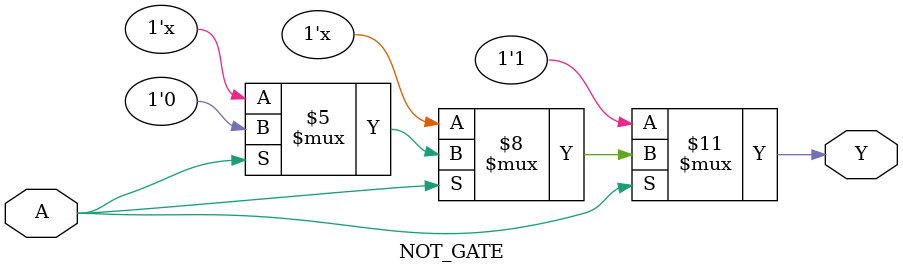
<source format=v>
module NOT_GATE (output reg Y, input A);            //declaring module,  and the port list.
always @ (A) begin
    if (A == 1'b0 )                                 //states that if  A is 0
begin 
        Y = 1'b1;                                   // then Y has to be 1
    end
    else if (A == 1'b1) begin                       //states that if  A is 1
       Y = 1'b0;                                    // then Y has to be 0
    end
end
endmodule                                          //used to terminate the module


</source>
